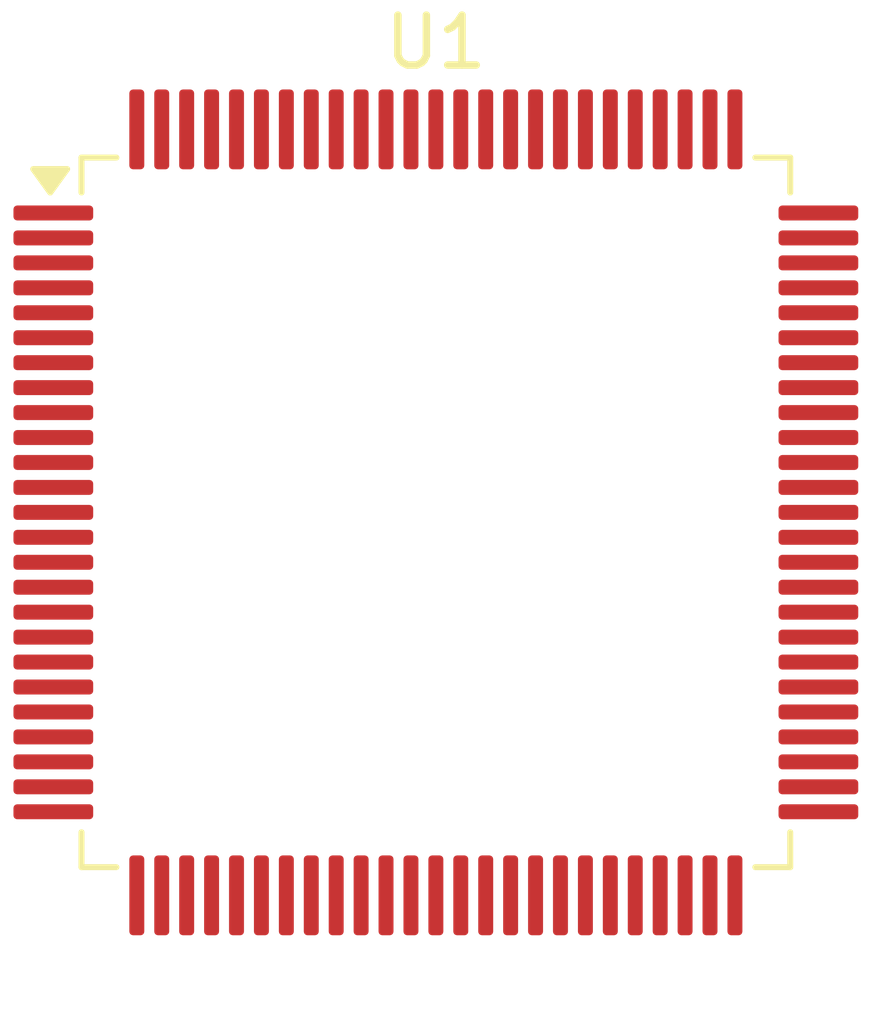
<source format=kicad_pcb>
(kicad_pcb (version 20241229) (generator "pcbnew") (generator_version "9.0")
  (layers (0 "F.Cu" signal) (2 "B.Cu" signal) (13 "F.Paste" user) (15 "B.Paste" user) (5 "F.SilkS" user "F.Silkscreen") (7 "B.SilkS" user "B.Silkscreen") (1 "F.Mask" user) (3 "B.Mask" user) (25 "Edge.Cuts" user))
  (net 0 "")
  (net 23 "Net-(U1-VSS-Pad10)")
  (footprint "Package_QFP:LQFP-100_14x14mm_P0.5mm" (layer "F.Cu") (at 117.175 77)
    (property "Reference" "U1" (at 0 -9.42 0) (layer "F.SilkS"))
    (property "Value" "STM32F446VETx")
    (fp_line (start -7.11 -7.11) (end -7.11 -6.41) (stroke (width 0.12)) (layer "F.SilkS"))
    (fp_line (start -7.11 7.11) (end -7.11 6.41) (stroke (width 0.12)) (layer "F.SilkS"))
    (fp_line (start -6.41 -7.11) (end -7.11 -7.11) (stroke (width 0.12)) (layer "F.SilkS"))
    (fp_line (start -6.41 7.11) (end -7.11 7.11) (stroke (width 0.12)) (layer "F.SilkS"))
    (fp_line (start 6.41 -7.11) (end 7.11 -7.11) (stroke (width 0.12)) (layer "F.SilkS"))
    (fp_line (start 6.41 7.11) (end 7.11 7.11) (stroke (width 0.12)) (layer "F.SilkS"))
    (fp_line (start 7.11 -7.11) (end 7.11 -6.41) (stroke (width 0.12)) (layer "F.SilkS"))
    (fp_line (start 7.11 7.11) (end 7.11 6.41) (stroke (width 0.12)) (layer "F.SilkS"))
    (fp_poly (pts (xy -7.7375 -6.41) (xy -8.0775 -6.88) (xy -7.3975 -6.88)) (stroke (width 0.12)) (fill yes) (layer "F.SilkS"))
    (pad "1" smd roundrect (at -7.675 -6) (size 1.6 0.3) (layers "F.Cu" "F.Mask" "F.Paste"))
    (pad "2" smd roundrect (at -7.675 -5.5) (size 1.6 0.3) (layers "F.Cu" "F.Mask" "F.Paste"))
    (pad "3" smd roundrect (at -7.675 -5) (size 1.6 0.3) (layers "F.Cu" "F.Mask" "F.Paste"))
    (pad "4" smd roundrect (at -7.675 -4.5) (size 1.6 0.3) (layers "F.Cu" "F.Mask" "F.Paste"))
    (pad "5" smd roundrect (at -7.675 -4) (size 1.6 0.3) (layers "F.Cu" "F.Mask" "F.Paste"))
    (pad "6" smd roundrect (at -7.675 -3.5) (size 1.6 0.3) (layers "F.Cu" "F.Mask" "F.Paste"))
    (pad "7" smd roundrect (at -7.675 -3) (size 1.6 0.3) (layers "F.Cu" "F.Mask" "F.Paste"))
    (pad "8" smd roundrect (at -7.675 -2.5) (size 1.6 0.3) (layers "F.Cu" "F.Mask" "F.Paste"))
    (pad "9" smd roundrect (at -7.675 -2) (size 1.6 0.3) (layers "F.Cu" "F.Mask" "F.Paste"))
    (pad "10" smd roundrect (at -7.675 -1.5) (size 1.6 0.3) (layers "F.Cu" "F.Mask" "F.Paste") (net 23 "Net-(U1-VSS-Pad10)"))
    (pad "11" smd roundrect (at -7.675 -1) (size 1.6 0.3) (layers "F.Cu" "F.Mask" "F.Paste"))
    (pad "12" smd roundrect (at -7.675 -0.5) (size 1.6 0.3) (layers "F.Cu" "F.Mask" "F.Paste"))
    (pad "13" smd roundrect (at -7.675 0) (size 1.6 0.3) (layers "F.Cu" "F.Mask" "F.Paste"))
    (pad "14" smd roundrect (at -7.675 0.5) (size 1.6 0.3) (layers "F.Cu" "F.Mask" "F.Paste"))
    (pad "15" smd roundrect (at -7.675 1) (size 1.6 0.3) (layers "F.Cu" "F.Mask" "F.Paste"))
    (pad "16" smd roundrect (at -7.675 1.5) (size 1.6 0.3) (layers "F.Cu" "F.Mask" "F.Paste"))
    (pad "17" smd roundrect (at -7.675 2) (size 1.6 0.3) (layers "F.Cu" "F.Mask" "F.Paste"))
    (pad "18" smd roundrect (at -7.675 2.5) (size 1.6 0.3) (layers "F.Cu" "F.Mask" "F.Paste"))
    (pad "19" smd roundrect (at -7.675 3) (size 1.6 0.3) (layers "F.Cu" "F.Mask" "F.Paste"))
    (pad "20" smd roundrect (at -7.675 3.5) (size 1.6 0.3) (layers "F.Cu" "F.Mask" "F.Paste"))
    (pad "21" smd roundrect (at -7.675 4) (size 1.6 0.3) (layers "F.Cu" "F.Mask" "F.Paste"))
    (pad "22" smd roundrect (at -7.675 4.5) (size 1.6 0.3) (layers "F.Cu" "F.Mask" "F.Paste"))
    (pad "23" smd roundrect (at -7.675 5) (size 1.6 0.3) (layers "F.Cu" "F.Mask" "F.Paste"))
    (pad "24" smd roundrect (at -7.675 5.5) (size 1.6 0.3) (layers "F.Cu" "F.Mask" "F.Paste"))
    (pad "25" smd roundrect (at -7.675 6) (size 1.6 0.3) (layers "F.Cu" "F.Mask" "F.Paste"))
    (pad "26" smd roundrect (at -6 7.675) (size 0.3 1.6) (layers "F.Cu" "F.Mask" "F.Paste"))
    (pad "27" smd roundrect (at -5.5 7.675) (size 0.3 1.6) (layers "F.Cu" "F.Mask" "F.Paste") (net 23 "Net-(U1-VSS-Pad10)"))
    (pad "28" smd roundrect (at -5 7.675) (size 0.3 1.6) (layers "F.Cu" "F.Mask" "F.Paste"))
    (pad "29" smd roundrect (at -4.5 7.675) (size 0.3 1.6) (layers "F.Cu" "F.Mask" "F.Paste"))
    (pad "30" smd roundrect (at -4 7.675) (size 0.3 1.6) (layers "F.Cu" "F.Mask" "F.Paste"))
    (pad "31" smd roundrect (at -3.5 7.675) (size 0.3 1.6) (layers "F.Cu" "F.Mask" "F.Paste"))
    (pad "32" smd roundrect (at -3 7.675) (size 0.3 1.6) (layers "F.Cu" "F.Mask" "F.Paste"))
    (pad "33" smd roundrect (at -2.5 7.675) (size 0.3 1.6) (layers "F.Cu" "F.Mask" "F.Paste"))
    (pad "34" smd roundrect (at -2 7.675) (size 0.3 1.6) (layers "F.Cu" "F.Mask" "F.Paste"))
    (pad "35" smd roundrect (at -1.5 7.675) (size 0.3 1.6) (layers "F.Cu" "F.Mask" "F.Paste"))
    (pad "36" smd roundrect (at -1 7.675) (size 0.3 1.6) (layers "F.Cu" "F.Mask" "F.Paste"))
    (pad "37" smd roundrect (at -0.5 7.675) (size 0.3 1.6) (layers "F.Cu" "F.Mask" "F.Paste"))
    (pad "38" smd roundrect (at 0 7.675) (size 0.3 1.6) (layers "F.Cu" "F.Mask" "F.Paste"))
    (pad "39" smd roundrect (at 0.5 7.675) (size 0.3 1.6) (layers "F.Cu" "F.Mask" "F.Paste"))
    (pad "40" smd roundrect (at 1 7.675) (size 0.3 1.6) (layers "F.Cu" "F.Mask" "F.Paste"))
    (pad "41" smd roundrect (at 1.5 7.675) (size 0.3 1.6) (layers "F.Cu" "F.Mask" "F.Paste"))
    (pad "42" smd roundrect (at 2 7.675) (size 0.3 1.6) (layers "F.Cu" "F.Mask" "F.Paste"))
    (pad "43" smd roundrect (at 2.5 7.675) (size 0.3 1.6) (layers "F.Cu" "F.Mask" "F.Paste"))
    (pad "44" smd roundrect (at 3 7.675) (size 0.3 1.6) (layers "F.Cu" "F.Mask" "F.Paste"))
    (pad "45" smd roundrect (at 3.5 7.675) (size 0.3 1.6) (layers "F.Cu" "F.Mask" "F.Paste"))
    (pad "46" smd roundrect (at 4 7.675) (size 0.3 1.6) (layers "F.Cu" "F.Mask" "F.Paste"))
    (pad "47" smd roundrect (at 4.5 7.675) (size 0.3 1.6) (layers "F.Cu" "F.Mask" "F.Paste"))
    (pad "48" smd roundrect (at 5 7.675) (size 0.3 1.6) (layers "F.Cu" "F.Mask" "F.Paste"))
    (pad "49" smd roundrect (at 5.5 7.675) (size 0.3 1.6) (layers "F.Cu" "F.Mask" "F.Paste") (net 23 "Net-(U1-VSS-Pad10)"))
    (pad "50" smd roundrect (at 6 7.675) (size 0.3 1.6) (layers "F.Cu" "F.Mask" "F.Paste"))
    (pad "51" smd roundrect (at 7.675 6) (size 1.6 0.3) (layers "F.Cu" "F.Mask" "F.Paste"))
    (pad "52" smd roundrect (at 7.675 5.5) (size 1.6 0.3) (layers "F.Cu" "F.Mask" "F.Paste"))
    (pad "53" smd roundrect (at 7.675 5) (size 1.6 0.3) (layers "F.Cu" "F.Mask" "F.Paste"))
    (pad "54" smd roundrect (at 7.675 4.5) (size 1.6 0.3) (layers "F.Cu" "F.Mask" "F.Paste"))
    (pad "55" smd roundrect (at 7.675 4) (size 1.6 0.3) (layers "F.Cu" "F.Mask" "F.Paste"))
    (pad "56" smd roundrect (at 7.675 3.5) (size 1.6 0.3) (layers "F.Cu" "F.Mask" "F.Paste"))
    (pad "57" smd roundrect (at 7.675 3) (size 1.6 0.3) (layers "F.Cu" "F.Mask" "F.Paste"))
    (pad "58" smd roundrect (at 7.675 2.5) (size 1.6 0.3) (layers "F.Cu" "F.Mask" "F.Paste"))
    (pad "59" smd roundrect (at 7.675 2) (size 1.6 0.3) (layers "F.Cu" "F.Mask" "F.Paste"))
    (pad "60" smd roundrect (at 7.675 1.5) (size 1.6 0.3) (layers "F.Cu" "F.Mask" "F.Paste"))
    (pad "61" smd roundrect (at 7.675 1) (size 1.6 0.3) (layers "F.Cu" "F.Mask" "F.Paste"))
    (pad "62" smd roundrect (at 7.675 0.5) (size 1.6 0.3) (layers "F.Cu" "F.Mask" "F.Paste"))
    (pad "63" smd roundrect (at 7.675 0) (size 1.6 0.3) (layers "F.Cu" "F.Mask" "F.Paste"))
    (pad "64" smd roundrect (at 7.675 -0.5) (size 1.6 0.3) (layers "F.Cu" "F.Mask" "F.Paste"))
    (pad "65" smd roundrect (at 7.675 -1) (size 1.6 0.3) (layers "F.Cu" "F.Mask" "F.Paste"))
    (pad "66" smd roundrect (at 7.675 -1.5) (size 1.6 0.3) (layers "F.Cu" "F.Mask" "F.Paste"))
    (pad "67" smd roundrect (at 7.675 -2) (size 1.6 0.3) (layers "F.Cu" "F.Mask" "F.Paste"))
    (pad "68" smd roundrect (at 7.675 -2.5) (size 1.6 0.3) (layers "F.Cu" "F.Mask" "F.Paste"))
    (pad "69" smd roundrect (at 7.675 -3) (size 1.6 0.3) (layers "F.Cu" "F.Mask" "F.Paste"))
    (pad "70" smd roundrect (at 7.675 -3.5) (size 1.6 0.3) (layers "F.Cu" "F.Mask" "F.Paste"))
    (pad "71" smd roundrect (at 7.675 -4) (size 1.6 0.3) (layers "F.Cu" "F.Mask" "F.Paste"))
    (pad "72" smd roundrect (at 7.675 -4.5) (size 1.6 0.3) (layers "F.Cu" "F.Mask" "F.Paste"))
    (pad "73" smd roundrect (at 7.675 -5) (size 1.6 0.3) (layers "F.Cu" "F.Mask" "F.Paste"))
    (pad "74" smd roundrect (at 7.675 -5.5) (size 1.6 0.3) (layers "F.Cu" "F.Mask" "F.Paste") (net 23 "Net-(U1-VSS-Pad10)"))
    (pad "75" smd roundrect (at 7.675 -6) (size 1.6 0.3) (layers "F.Cu" "F.Mask" "F.Paste"))
    (pad "76" smd roundrect (at 6 -7.675) (size 0.3 1.6) (layers "F.Cu" "F.Mask" "F.Paste"))
    (pad "77" smd roundrect (at 5.5 -7.675) (size 0.3 1.6) (layers "F.Cu" "F.Mask" "F.Paste"))
    (pad "78" smd roundrect (at 5 -7.675) (size 0.3 1.6) (layers "F.Cu" "F.Mask" "F.Paste"))
    (pad "79" smd roundrect (at 4.5 -7.675) (size 0.3 1.6) (layers "F.Cu" "F.Mask" "F.Paste"))
    (pad "80" smd roundrect (at 4 -7.675) (size 0.3 1.6) (layers "F.Cu" "F.Mask" "F.Paste"))
    (pad "81" smd roundrect (at 3.5 -7.675) (size 0.3 1.6) (layers "F.Cu" "F.Mask" "F.Paste"))
    (pad "82" smd roundrect (at 3 -7.675) (size 0.3 1.6) (layers "F.Cu" "F.Mask" "F.Paste"))
    (pad "83" smd roundrect (at 2.5 -7.675) (size 0.3 1.6) (layers "F.Cu" "F.Mask" "F.Paste"))
    (pad "84" smd roundrect (at 2 -7.675) (size 0.3 1.6) (layers "F.Cu" "F.Mask" "F.Paste"))
    (pad "85" smd roundrect (at 1.5 -7.675) (size 0.3 1.6) (layers "F.Cu" "F.Mask" "F.Paste"))
    (pad "86" smd roundrect (at 1 -7.675) (size 0.3 1.6) (layers "F.Cu" "F.Mask" "F.Paste"))
    (pad "87" smd roundrect (at 0.5 -7.675) (size 0.3 1.6) (layers "F.Cu" "F.Mask" "F.Paste"))
    (pad "88" smd roundrect (at 0 -7.675) (size 0.3 1.6) (layers "F.Cu" "F.Mask" "F.Paste"))
    (pad "89" smd roundrect (at -0.5 -7.675) (size 0.3 1.6) (layers "F.Cu" "F.Mask" "F.Paste"))
    (pad "90" smd roundrect (at -1 -7.675) (size 0.3 1.6) (layers "F.Cu" "F.Mask" "F.Paste"))
    (pad "91" smd roundrect (at -1.5 -7.675) (size 0.3 1.6) (layers "F.Cu" "F.Mask" "F.Paste"))
    (pad "92" smd roundrect (at -2 -7.675) (size 0.3 1.6) (layers "F.Cu" "F.Mask" "F.Paste"))
    (pad "93" smd roundrect (at -2.5 -7.675) (size 0.3 1.6) (layers "F.Cu" "F.Mask" "F.Paste"))
    (pad "94" smd roundrect (at -3 -7.675) (size 0.3 1.6) (layers "F.Cu" "F.Mask" "F.Paste"))
    (pad "95" smd roundrect (at -3.5 -7.675) (size 0.3 1.6) (layers "F.Cu" "F.Mask" "F.Paste"))
    (pad "96" smd roundrect (at -4 -7.675) (size 0.3 1.6) (layers "F.Cu" "F.Mask" "F.Paste"))
    (pad "97" smd roundrect (at -4.5 -7.675) (size 0.3 1.6) (layers "F.Cu" "F.Mask" "F.Paste"))
    (pad "98" smd roundrect (at -5 -7.675) (size 0.3 1.6) (layers "F.Cu" "F.Mask" "F.Paste"))
    (pad "99" smd roundrect (at -5.5 -7.675) (size 0.3 1.6) (layers "F.Cu" "F.Mask" "F.Paste") (net 23 "Net-(U1-VSS-Pad10)"))
    (pad "100" smd roundrect (at -6 -7.675) (size 0.3 1.6) (layers "F.Cu" "F.Mask" "F.Paste"))
  )
)
</source>
